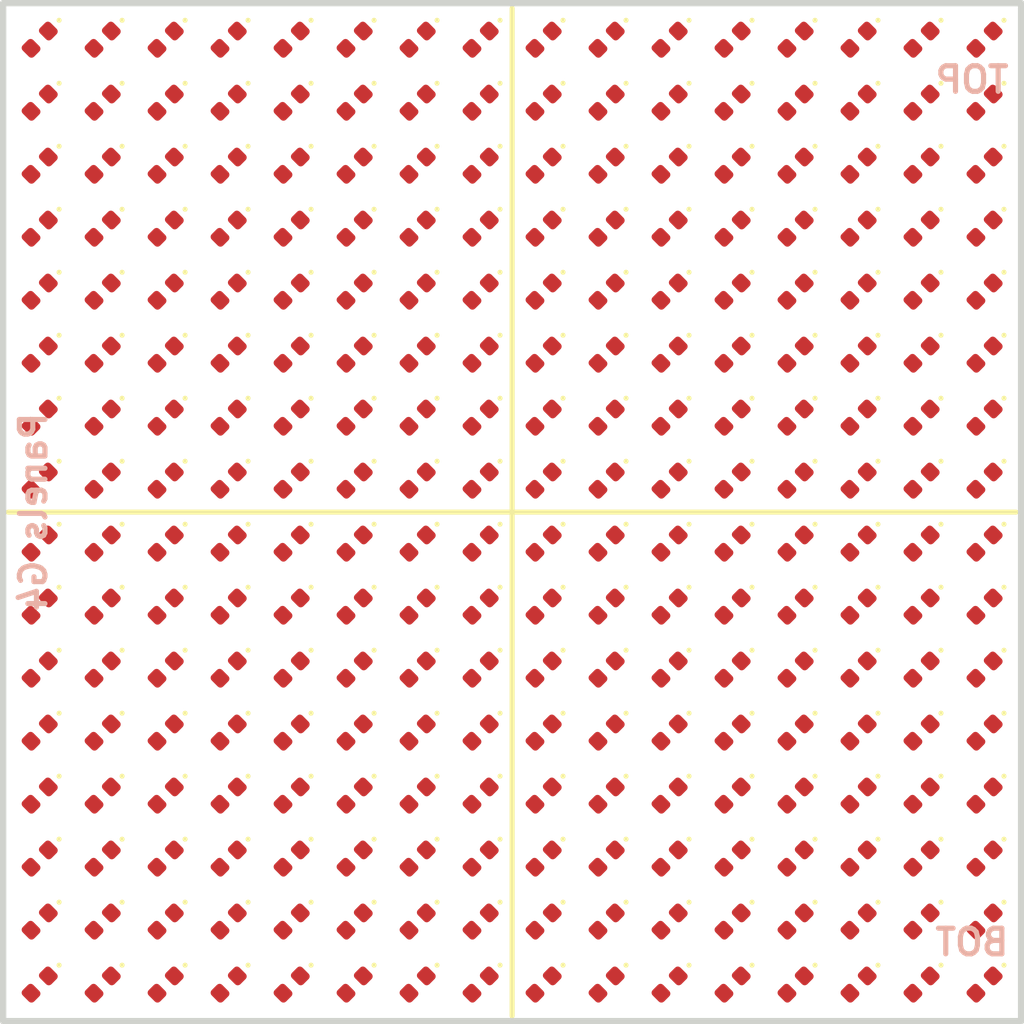
<source format=kicad_pcb>
(kicad_pcb (version 20221018) (generator pcbnew)
  (layers (0 "F.Cu" signal) (1 "In1.Cu" signal) (2 "In2.Cu" signal) (3 "In3.Cu" signal) (4 "In4.Cu" signal) (31 "B.Cu" signal) (34 "B.Paste" user) (35 "F.Paste" user) (36 "B.SilkS" user "B.Silkscreen") (37 "F.SilkS" user "F.Silkscreen") (38 "B.Mask" user) (39 "F.Mask" user) (44 "Edge.Cuts" user))
  (net 0 "")
  (net 1 "/panel_leds/ROW_00")
  (net 2 "/panel_leds/ROW_01")
  (net 3 "/panel_leds/ROW_02")
  (net 4 "/panel_leds/ROW_03")
  (net 5 "/panel_leds/ROW_04")
  (net 6 "/panel_leds/ROW_05")
  (net 7 "/panel_leds/ROW_06")
  (net 8 "/panel_leds/ROW_07")
  (net 9 "/panel_leds/ROW_08")
  (net 10 "/panel_leds/ROW_09")
  (net 11 "/panel_leds/ROW_10")
  (net 12 "/panel_leds/ROW_11")
  (net 13 "/panel_leds/ROW_12")
  (net 14 "/panel_leds/ROW_13")
  (net 15 "/panel_leds/ROW_14")
  (net 16 "/panel_leds/ROW_15")
  (net 17 "Net-(D1-A)")
  (net 18 "Net-(D17-A)")
  (net 19 "Net-(D33-A)")
  (net 20 "Net-(D49-A)")
  (net 21 "Net-(D65-A)")
  (net 22 "Net-(D81-A)")
  (net 23 "Net-(D100-A)")
  (net 24 "Net-(D113-A)")
  (net 25 "Net-(D129-A)")
  (net 26 "Net-(D145-A)")
  (net 27 "Net-(D161-A)")
  (net 28 "Net-(D177-A)")
  (net 29 "Net-(D193-A)")
  (net 30 "Net-(D209-A)")
  (net 31 "Net-(D225-A)")
  (net 32 "Net-(D241-A)")
  (footprint "panel_custom:LED_0402_1005Metric" (layer "F.Cu") (at 78.75 63.75 -135)
    (fp_text reference "D182" hide)
    (fp_text value "LED" hide)
  )
  (footprint "panel_custom:LED_0402_1005Metric" (layer "F.Cu") (at 76.25 83.75 -135)
    (fp_text reference "D174" hide)
    (fp_text value "LED" hide)
  )
  (footprint "panel_custom:LED_0402_1005Metric" (layer "F.Cu") (at 76.25 63.75 -135)
    (fp_text reference "D166" hide)
    (fp_text value "LED" hide)
  )
  (footprint "panel_custom:LED_0402_1005Metric" (layer "F.Cu") (at 73.75 83.75 -135)
    (fp_text reference "D158" hide)
    (fp_text value "LED" hide)
  )
  (footprint "panel_custom:LED_0402_1005Metric" (layer "F.Cu") (at 73.75 63.75 -135)
    (fp_text reference "D150" hide)
    (fp_text value "LED" hide)
  )
  (footprint "panel_custom:LED_0402_1005Metric" (layer "F.Cu") (at 71.25 83.75 -135)
    (fp_text reference "D142" hide)
    (fp_text value "LED" hide)
  )
  (footprint "panel_custom:LED_0402_1005Metric" (layer "F.Cu") (at 71.25 63.75 -135)
    (fp_text reference "D134" hide)
    (fp_text value "LED" hide)
  )
  (footprint "panel_custom:LED_0402_1005Metric" (layer "F.Cu") (at 78.75 81.25 -135)
    (fp_text reference "D189" hide)
    (fp_text value "LED" hide)
  )
  (footprint "panel_custom:LED_0402_1005Metric" (layer "F.Cu") (at 78.75 61.25 -135)
    (fp_text reference "D181" hide)
    (fp_text value "LED" hide)
  )
  (footprint "panel_custom:LED_0402_1005Metric" (layer "F.Cu") (at 76.25 81.25 -135)
    (fp_text reference "D173" hide)
    (fp_text value "LED" hide)
  )
  (footprint "panel_custom:LED_0402_1005Metric" (layer "F.Cu") (at 76.25 61.25 -135)
    (fp_text reference "D165" hide)
    (fp_text value "LED" hide)
  )
  (footprint "panel_custom:LED_0402_1005Metric" (layer "F.Cu") (at 73.75 81.25 -135)
    (fp_text reference "D157" hide)
    (fp_text value "LED" hide)
  )
  (footprint "panel_custom:LED_0402_1005Metric" (layer "F.Cu") (at 73.75 61.25 -135)
    (fp_text reference "D149" hide)
    (fp_text value "LED" hide)
  )
  (footprint "panel_custom:LED_0402_1005Metric" (layer "F.Cu") (at 71.25 81.25 -135)
    (fp_text reference "D141" hide)
    (fp_text value "LED" hide)
  )
  (footprint "panel_custom:LED_0402_1005Metric" (layer "F.Cu") (at 78.75 78.75 -135)
    (fp_text reference "D188" hide)
    (fp_text value "LED" hide)
  )
  (footprint "panel_custom:LED_0402_1005Metric" (layer "F.Cu") (at 71.25 61.25 -135)
    (fp_text reference "D133" hide)
    (fp_text value "LED" hide)
  )
  (footprint "panel_custom:LED_0402_1005Metric" (layer "F.Cu") (at 78.75 86.25 -135)
    (fp_text reference "D191" hide)
    (fp_text value "LED" hide)
  )
  (footprint "panel_custom:LED_0402_1005Metric" (layer "F.Cu") (at 76.25 68.75 -135)
    (fp_text reference "D168" hide)
    (fp_text value "LED" hide)
  )
  (footprint "panel_custom:LED_0402_1005Metric" (layer "F.Cu") (at 76.25 88.75 -135)
    (fp_text reference "D176" hide)
    (fp_text value "LED" hide)
  )
  (footprint "panel_custom:LED_0402_1005Metric" (layer "F.Cu") (at 68.75 88.75 -135)
    (fp_text reference "D128" hide)
    (fp_text value "LED" hide)
  )
  (footprint "panel_custom:LED_0402_1005Metric" (layer "F.Cu") (at 78.75 68.75 -135)
    (fp_text reference "D184" hide)
    (fp_text value "LED" hide)
  )
  (footprint "panel_custom:LED_0402_1005Metric" (layer "F.Cu") (at 73.75 88.75 -135)
    (fp_text reference "D160" hide)
    (fp_text value "LED" hide)
  )
  (footprint "panel_custom:LED_0402_1005Metric" (layer "F.Cu") (at 73.75 68.75 -135)
    (fp_text reference "D152" hide)
    (fp_text value "LED" hide)
  )
  (footprint "panel_custom:LED_0402_1005Metric" (layer "F.Cu") (at 71.25 88.75 -135)
    (fp_text reference "D144" hide)
    (fp_text value "LED" hide)
  )
  (footprint "panel_custom:LED_0402_1005Metric" (layer "F.Cu") (at 71.25 68.75 -135)
    (fp_text reference "D136" hide)
    (fp_text value "LED" hide)
  )
  (footprint "panel_custom:LED_0402_1005Metric" (layer "F.Cu") (at 78.75 83.75 -135)
    (fp_text reference "D190" hide)
    (fp_text value "LED" hide)
  )
  (footprint "panel_custom:LED_0402_1005Metric" (layer "F.Cu") (at 78.75 66.25 -135)
    (fp_text reference "D183" hide)
    (fp_text value "LED" hide)
  )
  (footprint "panel_custom:LED_0402_1005Metric" (layer "F.Cu") (at 76.25 86.25 -135)
    (fp_text reference "D175" hide)
    (fp_text value "LED" hide)
  )
  (footprint "panel_custom:LED_0402_1005Metric" (layer "F.Cu") (at 76.25 66.25 -135)
    (fp_text reference "D167" hide)
    (fp_text value "LED" hide)
  )
  (footprint "panel_custom:LED_0402_1005Metric" (layer "F.Cu") (at 73.75 86.25 -135)
    (fp_text reference "D159" hide)
    (fp_text value "LED" hide)
  )
  (footprint "panel_custom:LED_0402_1005Metric" (layer "F.Cu") (at 73.75 66.25 -135)
    (fp_text reference "D151" hide)
    (fp_text value "LED" hide)
  )
  (footprint "panel_custom:LED_0402_1005Metric" (layer "F.Cu") (at 71.25 86.25 -135)
    (fp_text reference "D143" hide)
    (fp_text value "LED" hide)
  )
  (footprint "panel_custom:LED_0402_1005Metric" (layer "F.Cu") (at 71.25 66.25 -135)
    (fp_text reference "D135" hide)
    (fp_text value "LED" hide)
  )
  (footprint "panel_custom:LED_0402_1005Metric" (layer "F.Cu") (at 78.75 53.75 -135)
    (fp_text reference "D178" hide)
    (fp_text value "LED" hide)
  )
  (footprint "panel_custom:LED_0402_1005Metric" (layer "F.Cu") (at 68.75 66.25 -135)
    (fp_text reference "D119" hide)
    (fp_text value "LED" hide)
  )
  (footprint "panel_custom:LED_0402_1005Metric" (layer "F.Cu") (at 71.25 51.25 -135)
    (fp_text reference "D129" hide)
    (fp_text value "LED" hide)
  )
  (footprint "panel_custom:LED_0402_1005Metric" (layer "F.Cu") (at 71.25 71.25 -135)
    (fp_text reference "D137" hide)
    (fp_text value "LED" hide)
  )
  (footprint "panel_custom:LED_0402_1005Metric" (layer "F.Cu") (at 73.75 51.25 -135)
    (fp_text reference "D145" hide)
    (fp_text value "LED" hide)
  )
  (footprint "panel_custom:LED_0402_1005Metric" (layer "F.Cu") (at 73.75 71.25 -135)
    (fp_text reference "D153" hide)
    (fp_text value "LED" hide)
  )
  (footprint "panel_custom:LED_0402_1005Metric" (layer "F.Cu") (at 76.25 51.25 -135)
    (fp_text reference "D161" hide)
    (fp_text value "LED" hide)
  )
  (footprint "panel_custom:LED_0402_1005Metric" (layer "F.Cu") (at 76.25 71.25 -135)
    (fp_text reference "D169" hide)
    (fp_text value "LED" hide)
  )
  (footprint "panel_custom:LED_0402_1005Metric" (layer "F.Cu") (at 78.75 51.25 -135)
    (fp_text reference "D177" hide)
    (fp_text value "LED" hide)
  )
  (footprint "panel_custom:LED_0402_1005Metric" (layer "F.Cu") (at 78.75 71.25 -135)
    (fp_text reference "D185" hide)
    (fp_text value "LED" hide)
  )
  (footprint "panel_custom:LED_0402_1005Metric" (layer "F.Cu") (at 71.25 53.75 -135)
    (fp_text reference "D130" hide)
    (fp_text value "LED" hide)
  )
  (footprint "panel_custom:LED_0402_1005Metric" (layer "F.Cu") (at 71.25 73.75 -135)
    (fp_text reference "D138" hide)
    (fp_text value "LED" hide)
  )
  (footprint "panel_custom:LED_0402_1005Metric" (layer "F.Cu") (at 73.75 53.75 -135)
    (fp_text reference "D146" hide)
    (fp_text value "LED" hide)
  )
  (footprint "panel_custom:LED_0402_1005Metric" (layer "F.Cu") (at 73.75 73.75 -135)
    (fp_text reference "D154" hide)
    (fp_text value "LED" hide)
  )
  (footprint "panel_custom:LED_0402_1005Metric" (layer "F.Cu") (at 76.25 53.75 -135)
    (fp_text reference "D162" hide)
    (fp_text value "LED" hide)
  )
  (footprint "panel_custom:LED_0402_1005Metric" (layer "F.Cu") (at 76.25 73.75 -135)
    (fp_text reference "D170" hide)
    (fp_text value "LED" hide)
  )
  (footprint "panel_custom:LED_0402_1005Metric" (layer "F.Cu") (at 78.75 58.75 -135)
    (fp_text reference "D180" hide)
    (fp_text value "LED" hide)
  )
  (footprint "panel_custom:LED_0402_1005Metric" (layer "F.Cu") (at 78.75 73.75 -135)
    (fp_text reference "D186" hide)
    (fp_text value "LED" hide)
  )
  (footprint "panel_custom:LED_0402_1005Metric" (layer "F.Cu") (at 71.25 56.25 -135)
    (fp_text reference "D131" hide)
    (fp_text value "LED" hide)
  )
  (footprint "panel_custom:LED_0402_1005Metric" (layer "F.Cu") (at 71.25 76.25 -135)
    (fp_text reference "D139" hide)
    (fp_text value "LED" hide)
  )
  (footprint "panel_custom:LED_0402_1005Metric" (layer "F.Cu") (at 73.75 56.25 -135)
    (fp_text reference "D147" hide)
    (fp_text value "LED" hide)
  )
  (footprint "panel_custom:LED_0402_1005Metric" (layer "F.Cu") (at 73.75 76.25 -135)
    (fp_text reference "D155" hide)
    (fp_text value "LED" hide)
  )
  (footprint "panel_custom:LED_0402_1005Metric" (layer "F.Cu") (at 76.25 56.25 -135)
    (fp_text reference "D163" hide)
    (fp_text value "LED" hide)
  )
  (footprint "panel_custom:LED_0402_1005Metric" (layer "F.Cu") (at 76.25 76.25 -135)
    (fp_text reference "D171" hide)
    (fp_text value "LED" hide)
  )
  (footprint "panel_custom:LED_0402_1005Metric" (layer "F.Cu") (at 78.75 56.25 -135)
    (fp_text reference "D179" hide)
    (fp_text value "LED" hide)
  )
  (footprint "panel_custom:LED_0402_1005Metric" (layer "F.Cu") (at 78.75 76.25 -135)
    (fp_text reference "D187" hide)
    (fp_text value "LED" hide)
  )
  (footprint "panel_custom:LED_0402_1005Metric" (layer "F.Cu") (at 71.25 58.75 -135)
    (fp_text reference "D132" hide)
    (fp_text value "LED" hide)
  )
  (footprint "panel_custom:LED_0402_1005Metric" (layer "F.Cu") (at 71.25 78.75 -135)
    (fp_text reference "D140" hide)
    (fp_text value "LED" hide)
  )
  (footprint "panel_custom:LED_0402_1005Metric" (layer "F.Cu") (at 73.75 58.75 -135)
    (fp_text reference "D148" hide)
    (fp_text value "LED" hide)
  )
  (footprint "panel_custom:LED_0402_1005Metric" (layer "F.Cu") (at 73.75 78.75 -135)
    (fp_text reference "D156" hide)
    (fp_text value "LED" hide)
  )
  (footprint "panel_custom:LED_0402_1005Metric" (layer "F.Cu") (at 76.25 58.75 -135)
    (fp_text reference "D164" hide)
    (fp_text value "LED" hide)
  )
  (footprint "panel_custom:LED_0402_1005Metric" (layer "F.Cu") (at 76.25 78.75 -135)
    (fp_text reference "D172" hide)
    (fp_text value "LED" hide)
  )
  (footprint "panel_custom:LED_0402_1005Metric" (layer "F.Cu") (at 88.75 81.25 -135)
    (fp_text reference "D253" hide)
    (fp_text value "LED" hide)
  )
  (footprint "panel_custom:LED_0402_1005Metric" (layer "F.Cu") (at 88.75 83.75 -135)
    (fp_text reference "D254" hide)
    (fp_text value "LED" hide)
  )
  (footprint "panel_custom:LED_0402_1005Metric" (layer "F.Cu") (at 88.75 63.75 -135)
    (fp_text reference "D246" hide)
    (fp_text value "LED" hide)
  )
  (footprint "panel_custom:LED_0402_1005Metric" (layer "F.Cu") (at 86.25 83.75 -135)
    (fp_text reference "D238" hide)
    (fp_text value "LED" hide)
  )
  (footprint "panel_custom:LED_0402_1005Metric" (layer "F.Cu") (at 86.25 63.75 -135)
    (fp_text reference "D230" hide)
    (fp_text value "LED" hide)
  )
  (footprint "panel_custom:LED_0402_1005Metric" (layer "F.Cu") (at 83.75 83.75 -135)
    (fp_text reference "D222" hide)
    (fp_text value "LED" hide)
  )
  (footprint "panel_custom:LED_0402_1005Metric" (layer "F.Cu") (at 83.75 63.75 -135)
    (fp_text reference "D214" hide)
    (fp_text value "LED" hide)
  )
  (footprint "panel_custom:LED_0402_1005Metric" (layer "F.Cu") (at 81.25 83.75 -135)
    (fp_text reference "D206" hide)
    (fp_text value "LED" hide)
  )
  (footprint "panel_custom:LED_0402_1005Metric" (layer "F.Cu") (at 81.25 63.75 -135)
    (fp_text reference "D198" hide)
    (fp_text value "LED" hide)
  )
  (footprint "panel_custom:LED_0402_1005Metric" (layer "F.Cu") (at 81.25 66.25 -135)
    (fp_text reference "D199" hide)
    (fp_text value "LED" hide)
  )
  (footprint "panel_custom:LED_0402_1005Metric" (layer "F.Cu") (at 88.75 61.25 -135)
    (fp_text reference "D245" hide)
    (fp_text value "LED" hide)
  )
  (footprint "panel_custom:LED_0402_1005Metric" (layer "F.Cu") (at 86.25 81.25 -135)
    (fp_text reference "D237" hide)
    (fp_text value "LED" hide)
  )
  (footprint "panel_custom:LED_0402_1005Metric" (layer "F.Cu") (at 86.25 61.25 -135)
    (fp_text reference "D229" hide)
    (fp_text value "LED" hide)
  )
  (footprint "panel_custom:LED_0402_1005Metric" (layer "F.Cu") (at 83.75 81.25 -135)
    (fp_text reference "D221" hide)
    (fp_text value "LED" hide)
  )
  (footprint "panel_custom:LED_0402_1005Metric" (layer "F.Cu") (at 83.75 61.25 -135)
    (fp_text reference "D213" hide)
    (fp_text value "LED" hide)
  )
  (footprint "panel_custom:LED_0402_1005Metric" (layer "F.Cu") (at 81.25 81.25 -135)
    (fp_text reference "D205" hide)
    (fp_text value "LED" hide)
  )
  (footprint "panel_custom:LED_0402_1005Metric" (layer "F.Cu") (at 81.25 61.25 -135)
    (fp_text reference "D197" hide)
    (fp_text value "LED" hide)
  )
  (footprint "panel_custom:LED_0402_1005Metric" (layer "F.Cu") (at 88.75 78.75 -135)
    (fp_text reference "D252" hide)
    (fp_text value "LED" hide)
  )
  (footprint "panel_custom:LED_0402_1005Metric" (layer "F.Cu") (at 81.25 86.25 -135)
    (fp_text reference "D207" hide)
    (fp_text value "LED" hide)
  )
  (footprint "panel_custom:LED_0402_1005Metric" (layer "F.Cu") (at 83.75 66.25 -135)
    (fp_text reference "D215" hide)
    (fp_text value "LED" hide)
  )
  (footprint "panel_custom:LED_0402_1005Metric" (layer "F.Cu") (at 83.75 86.25 -135)
    (fp_text reference "D223" hide)
    (fp_text value "LED" hide)
  )
  (footprint "panel_custom:LED_0402_1005Metric" (layer "F.Cu") (at 86.25 66.25 -135)
    (fp_text reference "D231" hide)
    (fp_text value "LED" hide)
  )
  (footprint "panel_custom:LED_0402_1005Metric" (layer "F.Cu") (at 86.25 86.25 -135)
    (fp_text reference "D239" hide)
    (fp_text value "LED" hide)
  )
  (footprint "panel_custom:LED_0402_1005Metric" (layer "F.Cu") (at 88.75 66.25 -135)
    (fp_text reference "D247" hide)
    (fp_text value "LED" hide)
  )
  (footprint "panel_custom:LED_0402_1005Metric" (layer "F.Cu") (at 88.75 86.25 -135)
    (fp_text reference "D255" hide)
    (fp_text value "LED" hide)
  )
  (footprint "panel_custom:LED_0402_1005Metric" (layer "F.Cu") (at 81.25 68.75 -135)
    (fp_text reference "D200" hide)
    (fp_text value "LED" hide)
  )
  (footprint "panel_custom:LED_0402_1005Metric" (layer "F.Cu") (at 81.25 88.75 -135)
    (fp_text reference "D208" hide)
    (fp_text value "LED" hide)
  )
  (footprint "panel_custom:LED_0402_1005Metric" (layer "F.Cu") (at 83.75 68.75 -135)
    (fp_text reference "D216" hide)
    (fp_text value "LED" hide)
  )
  (footprint "panel_custom:LED_0402_1005Metric" (layer "F.Cu") (at 83.75 88.75 -135)
    (fp_text reference "D224" hide)
    (fp_text value "LED" hide)
  )
  (footprint "panel_custom:LED_0402_1005Metric" (layer "F.Cu") (at 86.25 68.75 -135)
    (fp_text reference "D232" hide)
    (fp_text value "LED" hide)
  )
  (footprint "panel_custom:LED_0402_1005Metric" (layer "F.Cu") (at 86.25 88.75 -135)
    (fp_text reference "D240" hide)
    (fp_text value "LED" hide)
  )
  (footprint "panel_custom:LED_0402_1005Metric" (layer "F.Cu") (at 88.75 68.75 -135)
    (fp_text reference "D248" hide)
    (fp_text value "LED" hide)
  )
  (footprint "panel_custom:LED_0402_1005Metric" (layer "F.Cu") (at 88.75 88.75 -135)
    (fp_text reference "D256" hide)
    (fp_text value "LED" hide)
  )
  (footprint "panel_custom:LED_0402_1005Metric" (layer "F.Cu") (at 88.75 73.75 -135)
    (fp_text reference "D250" hide)
    (fp_text value "LED" hide)
  )
  (footprint "panel_custom:LED_0402_1005Metric" (layer "F.Cu") (at 81.25 51.25 -135)
    (fp_text reference "D193" hide)
    (fp_text value "LED" hide)
  )
  (footprint "panel_custom:LED_0402_1005Metric" (layer "F.Cu") (at 81.25 71.25 -135)
    (fp_text reference "D201" hide)
    (fp_text value "LED" hide)
  )
  (footprint "panel_custom:LED_0402_1005Metric" (layer "F.Cu") (at 83.75 51.25 -135)
    (fp_text reference "D209" hide)
    (fp_text value "LED" hide)
  )
  (footprint "panel_custom:LED_0402_1005Metric" (layer "F.Cu") (at 83.75 71.25 -135)
    (fp_text reference "D217" hide)
    (fp_text value "LED" hide)
  )
  (footprint "panel_custom:LED_0402_1005Metric" (layer "F.Cu") (at 86.25 51.25 -135)
    (fp_text reference "D225" hide)
    (fp_text value "LED" hide)
  )
  (footprint "panel_custom:LED_0402_1005Metric" (layer "F.Cu") (at 86.25 71.25 -135)
    (fp_text reference "D233" hide)
    (fp_text value "LED" hide)
  )
  (footprint "panel_custom:LED_0402_1005Metric" (layer "F.Cu") (at 88.75 51.25 -135)
    (fp_text reference "D241" hide)
    (fp_text value "LED" hide)
  )
  (footprint "panel_custom:LED_0402_1005Metric" (layer "F.Cu") (at 88.75 71.25 -135)
    (fp_text reference "D249" hide)
    (fp_text value "LED" hide)
  )
  (footprint "panel_custom:LED_0402_1005Metric" (layer "F.Cu") (at 81.25 53.75 -135)
    (fp_text reference "D194" hide)
    (fp_text value "LED" hide)
  )
  (footprint "panel_custom:LED_0402_1005Metric" (layer "F.Cu") (at 81.25 73.75 -135)
    (fp_text reference "D202" hide)
    (fp_text value "LED" hide)
  )
  (footprint "panel_custom:LED_0402_1005Metric" (layer "F.Cu") (at 83.75 53.75 -135)
    (fp_text reference "D210" hide)
    (fp_text value "LED" hide)
  )
  (footprint "panel_custom:LED_0402_1005Metric" (layer "F.Cu") (at 83.75 73.75 -135)
    (fp_text reference "D218" hide)
    (fp_text value "LED" hide)
  )
  (footprint "panel_custom:LED_0402_1005Metric" (layer "F.Cu") (at 86.25 53.75 -135)
    (fp_text reference "D226" hide)
    (fp_text value "LED" hide)
  )
  (footprint "panel_custom:LED_0402_1005Metric" (layer "F.Cu") (at 86.25 73.75 -135)
    (fp_text reference "D234" hide)
    (fp_text value "LED" hide)
  )
  (footprint "panel_custom:LED_0402_1005Metric" (layer "F.Cu") (at 88.75 53.75 -135)
    (fp_text reference "D242" hide)
    (fp_text value "LED" hide)
  )
  (footprint "panel_custom:LED_0402_1005Metric" (layer "F.Cu") (at 78.75 88.75 -135)
    (fp_text reference "D192" hide)
    (fp_text value "LED" hide)
  )
  (footprint "panel_custom:LED_0402_1005Metric" (layer "F.Cu") (at 81.25 56.25 -135)
    (fp_text reference "D195" hide)
    (fp_text value "LED" hide)
  )
  (footprint "panel_custom:LED_0402_1005Metric" (layer "F.Cu") (at 81.25 76.25 -135)
    (fp_text reference "D203" hide)
    (fp_text value "LED" hide)
  )
  (footprint "panel_custom:LED_0402_1005Metric" (layer "F.Cu") (at 83.75 56.25 -135)
    (fp_text reference "D211" hide)
    (fp_text value "LED" hide)
  )
  (footprint "panel_custom:LED_0402_1005Metric" (layer "F.Cu") (at 83.75 76.25 -135)
    (fp_text reference "D219" hide)
    (fp_text value "LED" hide)
  )
  (footprint "panel_custom:LED_0402_1005Metric" (layer "F.Cu") (at 86.25 56.25 -135)
    (fp_text reference "D227" hide)
    (fp_text value "LED" hide)
  )
  (footprint "panel_custom:LED_0402_1005Metric" (layer "F.Cu") (at 86.25 76.25 -135)
    (fp_text reference "D235" hide)
    (fp_text value "LED" hide)
  )
  (footprint "panel_custom:LED_0402_1005Metric" (layer "F.Cu") (at 88.75 56.25 -135)
    (fp_text reference "D243" hide)
    (fp_text value "LED" hide)
  )
  (footprint "panel_custom:LED_0402_1005Metric" (layer "F.Cu") (at 88.75 76.25 -135)
    (fp_text reference "D251" hide)
    (fp_text value "LED" hide)
  )
  (footprint "panel_custom:LED_0402_1005Metric" (layer "F.Cu") (at 81.25 58.75 -135)
    (fp_text reference "D196" hide)
    (fp_text value "LED" hide)
  )
  (footprint "panel_custom:LED_0402_1005Metric" (layer "F.Cu") (at 81.25 78.75 -135)
    (fp_text reference "D204" hide)
    (fp_text value "LED" hide)
  )
  (footprint "panel_custom:LED_0402_1005Metric" (layer "F.Cu") (at 83.75 58.75 -135)
    (fp_text reference "D212" hide)
    (fp_text value "LED" hide)
  )
  (footprint "panel_custom:LED_0402_1005Metric" (layer "F.Cu") (at 83.75 78.75 -135)
    (fp_text reference "D220" hide)
    (fp_text value "LED" hide)
  )
  (footprint "panel_custom:LED_0402_1005Metric" (layer "F.Cu") (at 86.25 58.75 -135)
    (fp_text reference "D228" hide)
    (fp_text value "LED" hide)
  )
  (footprint "panel_custom:LED_0402_1005Metric" (layer "F.Cu") (at 86.25 78.75 -135)
    (fp_text reference "D236" hide)
    (fp_text value "LED" hide)
  )
  (footprint "panel_custom:LED_0402_1005Metric" (layer "F.Cu") (at 88.75 58.75 -135)
    (fp_text reference "D244" hide)
    (fp_text value "LED" hide)
  )
  (footprint "panel_custom:LED_0402_1005Metric" (layer "F.Cu") (at 58.75 83.75 -135)
    (fp_text reference "D62" hide)
    (fp_text value "LED" hide)
  )
  (footprint "panel_custom:LED_0402_1005Metric" (layer "F.Cu") (at 51.25 61.25 -135)
    (fp_text reference "D5" hide)
    (fp_text value "LED" hide)
  )
  (footprint "panel_custom:LED_0402_1005Metric" (layer "F.Cu") (at 51.25 81.25 -135)
    (fp_text reference "D13" hide)
    (fp_text value "LED" hide)
  )
  (footprint "panel_custom:LED_0402_1005Metric" (layer "F.Cu") (at 53.75 61.25 -135)
    (fp_text reference "D21" hide)
    (fp_text value "LED" hide)
  )
  (footprint "panel_custom:LED_0402_1005Metric" (layer "F.Cu") (at 53.75 81.25 -135)
    (fp_text reference "D29" hide)
    (fp_text value "LED" hide)
  )
  (footprint "panel_custom:LED_0402_1005Metric" (layer "F.Cu") (at 56.25 61.25 -135)
    (fp_text reference "D37" hide)
    (fp_text value "LED" hide)
  )
  (footprint "panel_custom:LED_0402_1005Metric" (layer "F.Cu") (at 56.25 81.25 -135)
    (fp_text reference "D45" hide)
    (fp_text value "LED" hide)
  )
  (footprint "panel_custom:LED_0402_1005Metric" (layer "F.Cu") (at 58.75 61.25 -135)
    (fp_text reference "D53" hide)
    (fp_text value "LED" hide)
  )
  (footprint "panel_custom:LED_0402_1005Metric" (layer "F.Cu") (at 58.75 81.25 -135)
    (fp_text reference "D61" hide)
    (fp_text value "LED" hide)
  )
  (footprint "panel_custom:LED_0402_1005Metric" (layer "F.Cu") (at 51.25 63.75 -135)
    (fp_text reference "D6" hide)
    (fp_text value "LED" hide)
  )
  (footprint "panel_custom:LED_0402_1005Metric" (layer "F.Cu") (at 51.25 83.75 -135)
    (fp_text reference "D14" hide)
    (fp_text value "LED" hide)
  )
  (footprint "panel_custom:LED_0402_1005Metric" (layer "F.Cu") (at 53.75 63.75 -135)
    (fp_text reference "D22" hide)
    (fp_text value "LED" hide)
  )
  (footprint "panel_custom:LED_0402_1005Metric" (layer "F.Cu") (at 53.75 83.75 -135)
    (fp_text reference "D30" hide)
    (fp_text value "LED" hide)
  )
  (footprint "panel_custom:LED_0402_1005Metric" (layer "F.Cu") (at 56.25 63.75 -135)
    (fp_text reference "D38" hide)
    (fp_text value "LED" hide)
  )
  (footprint "panel_custom:LED_0402_1005Metric" (layer "F.Cu") (at 56.25 83.75 -135)
    (fp_text reference "D46" hide)
    (fp_text value "LED" hide)
  )
  (footprint "panel_custom:LED_0402_1005Metric" (layer "F.Cu") (at 58.75 63.75 -135)
    (fp_text reference "D54" hide)
    (fp_text value "LED" hide)
  )
  (footprint "panel_custom:LED_0402_1005Metric" (layer "F.Cu") (at 58.75 78.75 -135)
    (fp_text reference "D60" hide)
    (fp_text value "LED" hide)
  )
  (footprint "panel_custom:LED_0402_1005Metric" (layer "F.Cu") (at 51.25 66.25 -135)
    (fp_text reference "D7" hide)
    (fp_text value "LED" hide)
  )
  (footprint "panel_custom:LED_0402_1005Metric" (layer "F.Cu") (at 51.25 86.25 -135)
    (fp_text reference "D15" hide)
    (fp_text value "LED" hide)
  )
  (footprint "panel_custom:LED_0402_1005Metric" (layer "F.Cu") (at 53.75 66.25 -135)
    (fp_text reference "D23" hide)
    (fp_text value "LED" hide)
  )
  (footprint "panel_custom:LED_0402_1005Metric" (layer "F.Cu") (at 53.75 86.25 -135)
    (fp_text reference "D31" hide)
    (fp_text value "LED" hide)
  )
  (footprint "panel_custom:LED_0402_1005Metric" (layer "F.Cu") (at 56.25 66.25 -135)
    (fp_text reference "D39" hide)
    (fp_text value "LED" hide)
  )
  (footprint "panel_custom:LED_0402_1005Metric" (layer "F.Cu") (at 56.25 86.25 -135)
    (fp_text reference "D47" hide)
    (fp_text value "LED" hide)
  )
  (footprint "panel_custom:LED_0402_1005Metric" (layer "F.Cu") (at 58.75 66.25 -135)
    (fp_text reference "D55" hide)
    (fp_text value "LED" hide)
  )
  (footprint "panel_custom:LED_0402_1005Metric" (layer "F.Cu") (at 58.75 86.25 -135)
    (fp_text reference "D63" hide)
    (fp_text value "LED" hide)
  )
  (footprint "panel_custom:LED_0402_1005Metric" (layer "F.Cu") (at 51.25 68.75 -135)
    (fp_text reference "D8" hide)
    (fp_text value "LED" hide)
  )
  (footprint "panel_custom:LED_0402_1005Metric" (layer "F.Cu") (at 51.25 88.75 -135)
    (fp_text reference "D16" hide)
    (fp_text value "LED" hide)
  )
  (footprint "panel_custom:LED_0402_1005Metric" (layer "F.Cu") (at 53.75 68.75 -135)
    (fp_text reference "D24" hide)
    (fp_text value "LED" hide)
  )
  (footprint "panel_custom:LED_0402_1005Metric" (layer "F.Cu") (at 53.75 88.75 -135)
    (fp_text reference "D32" hide)
    (fp_text value "LED" hide)
  )
  (footprint "panel_custom:LED_0402_1005Metric" (layer "F.Cu") (at 56.25 68.75 -135)
    (fp_text reference "D40" hide)
    (fp_text value "LED" hide)
  )
  (footprint "panel_custom:LED_0402_1005Metric" (layer "F.Cu") (at 56.25 88.75 -135)
    (fp_text reference "D48" hide)
    (fp_text value "LED" hide)
  )
  (footprint "panel_custom:LED_0402_1005Metric" (layer "F.Cu") (at 58.75 68.75 -135)
    (fp_text reference "D56" hide)
    (fp_text value "LED" hide)
  )
  (footprint "panel_custom:LED_0402_1005Metric" (layer "F.Cu") (at 58.75 73.75 -135)
    (fp_text reference "D58" hide)
    (fp_text value "LED" hide)
  )
  (footprint "panel_custom:LED_0402_1005Metric" (layer "F.Cu") (at 51.25 51.25 -135)
    (fp_text reference "D1" hide)
    (fp_text value "LED" hide)
  )
  (footprint "panel_custom:LED_0402_1005Metric" (layer "F.Cu") (at 51.25 71.25 -135)
    (fp_text reference "D9" hide)
    (fp_text value "LED" hide)
  )
  (footprint "panel_custom:LED_0402_1005Metric" (layer "F.Cu") (at 53.75 51.25 -135)
    (fp_text reference "D17" hide)
    (fp_text value "LED" hide)
  )
  (footprint "panel_custom:LED_0402_1005Metric" (layer "F.Cu") (at 53.75 71.25 -135)
    (fp_text reference "D25" hide)
    (fp_text value "LED" hide)
  )
  (footprint "panel_custom:LED_0402_1005Metric" (layer "F.Cu") (at 56.25 51.25 -135)
    (fp_text reference "D33" hide)
    (fp_text value "LED" hide)
  )
  (footprint "panel_custom:LED_0402_1005Metric" (layer "F.Cu") (at 56.25 71.25 -135)
    (fp_text reference "D41" hide)
    (fp_text value "LED" hide)
  )
  (footprint "panel_custom:LED_0402_1005Metric" (layer "F.Cu") (at 58.75 51.25 -135)
    (fp_text reference "D49" hide)
    (fp_text value "LED" hide)
  )
  (footprint "panel_custom:LED_0402_1005Metric" (layer "F.Cu") (at 58.75 71.25 -135)
    (fp_text reference "D57" hide)
    (fp_text value "LED" hide)
  )
  (footprint "panel_custom:LED_0402_1005Metric" (layer "F.Cu") (at 51.25 53.75 -135)
    (fp_text reference "D2" hide)
    (fp_text value "LED" hide)
  )
  (footprint "panel_custom:LED_0402_1005Metric" (layer "F.Cu") (at 51.25 73.75 -135)
    (fp_text reference "D10" hide)
    (fp_text value "LED" hide)
  )
  (footprint "panel_custom:LED_0402_1005Metric" (layer "F.Cu") (at 53.75 53.75 -135)
    (fp_text reference "D18" hide)
    (fp_text value "LED" hide)
  )
  (footprint "panel_custom:LED_0402_1005Metric" (layer "F.Cu") (at 53.75 73.75 -135)
    (fp_text reference "D26" hide)
    (fp_text value "LED" hide)
  )
  (footprint "panel_custom:LED_0402_1005Metric" (layer "F.Cu") (at 56.25 53.75 -135)
    (fp_text reference "D34" hide)
    (fp_text value "LED" hide)
  )
  (footprint "panel_custom:LED_0402_1005Metric" (layer "F.Cu") (at 56.25 73.75 -135)
    (fp_text reference "D42" hide)
    (fp_text value "LED" hide)
  )
  (footprint "panel_custom:LED_0402_1005Metric" (layer "F.Cu") (at 58.75 53.75 -135)
    (fp_text reference "D50" hide)
    (fp_text value "LED" hide)
  )
  (footprint "panel_custom:LED_0402_1005Metric" (layer "F.Cu") (at 66.25 88.75 -135)
    (fp_text reference "D112" hide)
    (fp_text value "LED" hide)
  )
  (footprint "panel_custom:LED_0402_1005Metric" (layer "F.Cu") (at 51.25 56.25 -135)
    (fp_text reference "D3" hide)
    (fp_text value "LED" hide)
  )
  (footprint "panel_custom:LED_0402_1005Metric" (layer "F.Cu") (at 51.25 76.25 -135)
    (fp_text reference "D11" hide)
    (fp_text value "LED" hide)
  )
  (footprint "panel_custom:LED_0402_1005Metric" (layer "F.Cu") (at 53.75 56.25 -135)
    (fp_text reference "D19" hide)
    (fp_text value "LED" hide)
  )
  (footprint "panel_custom:LED_0402_1005Metric" (layer "F.Cu") (at 53.75 76.25 -135)
    (fp_text reference "D27" hide)
    (fp_text value "LED" hide)
  )
  (footprint "panel_custom:LED_0402_1005Metric" (layer "F.Cu") (at 56.25 56.25 -135)
    (fp_text reference "D35" hide)
    (fp_text value "LED" hide)
  )
  (footprint "panel_custom:LED_0402_1005Metric" (layer "F.Cu") (at 56.25 76.25 -135)
    (fp_text reference "D43" hide)
    (fp_text value "LED" hide)
  )
  (footprint "panel_custom:LED_0402_1005Metric" (layer "F.Cu") (at 58.75 56.25 -135)
    (fp_text reference "D51" hide)
    (fp_text value "LED" hide)
  )
  (footprint "panel_custom:LED_0402_1005Metric" (layer "F.Cu") (at 58.75 76.25 -135)
    (fp_text reference "D59" hide)
    (fp_text value "LED" hide)
  )
  (footprint "panel_custom:LED_0402_1005Metric" (layer "F.Cu") (at 51.25 58.75 -135)
    (fp_text reference "D4" hide)
    (fp_text value "LED" hide)
  )
  (footprint "panel_custom:LED_0402_1005Metric" (layer "F.Cu") (at 51.25 78.75 -135)
    (fp_text reference "D12" hide)
    (fp_text value "LED" hide)
  )
  (footprint "panel_custom:LED_0402_1005Metric" (layer "F.Cu") (at 53.75 58.75 -135)
    (fp_text reference "D20" hide)
    (fp_text value "LED" hide)
  )
  (footprint "panel_custom:LED_0402_1005Metric" (layer "F.Cu") (at 53.75 78.75 -135)
    (fp_text reference "D28" hide)
    (fp_text value "LED" hide)
  )
  (footprint "panel_custom:LED_0402_1005Metric" (layer "F.Cu") (at 56.25 58.75 -135)
    (fp_text reference "D36" hide)
    (fp_text value "LED" hide)
  )
  (footprint "panel_custom:LED_0402_1005Metric" (layer "F.Cu") (at 56.25 78.75 -135)
    (fp_text reference "D44" hide)
    (fp_text value "LED" hide)
  )
  (footprint "panel_custom:LED_0402_1005Metric" (layer "F.Cu") (at 58.75 58.75 -135)
    (fp_text reference "D52" hide)
    (fp_text value "LED" hide)
  )
  (footprint "panel_custom:LED_0402_1005Metric" (layer "F.Cu") (at 68.75 63.75 -135)
    (fp_text reference "D118" hide)
    (fp_text value "LED" hide)
  )
  (footprint "panel_custom:LED_0402_1005Metric" (layer "F.Cu") (at 68.75 78.75 -135)
    (fp_text reference "D124" hide)
    (fp_text value "LED" hide)
  )
  (footprint "panel_custom:LED_0402_1005Metric" (layer "F.Cu") (at 61.25 61.25 -135)
    (fp_text reference "D69" hide)
    (fp_text value "LED" hide)
  )
  (footprint "panel_custom:LED_0402_1005Metric" (layer "F.Cu") (at 61.25 81.25 -135)
    (fp_text reference "D77" hide)
    (fp_text value "LED" hide)
  )
  (footprint "panel_custom:LED_0402_1005Metric" (layer "F.Cu") (at 63.75 61.25 -135)
    (fp_text reference "D85" hide)
    (fp_text value "LED" hide)
  )
  (footprint "panel_custom:LED_0402_1005Metric" (layer "F.Cu") (at 63.75 81.25 -135)
    (fp_text reference "D93" hide)
    (fp_text value "LED" hide)
  )
  (footprint "panel_custom:LED_0402_1005Metric" (layer "F.Cu") (at 66.25 61.25 -135)
    (fp_text reference "D101" hide)
    (fp_text value "LED" hide)
  )
  (footprint "panel_custom:LED_0402_1005Metric" (layer "F.Cu") (at 66.25 81.25 -135)
    (fp_text reference "D109" hide)
    (fp_text value "LED" hide)
  )
  (footprint "panel_custom:LED_0402_1005Metric" (layer "F.Cu") (at 68.75 61.25 -135)
    (fp_text reference "D117" hide)
    (fp_text value "LED" hide)
  )
  (footprint "panel_custom:LED_0402_1005Metric" (layer "F.Cu") (at 68.75 81.25 -135)
    (fp_text reference "D125" hide)
    (fp_text value "LED" hide)
  )
  (footprint "panel_custom:LED_0402_1005Metric" (layer "F.Cu") (at 61.25 63.75 -135)
    (fp_text reference "D70" hide)
    (fp_text value "LED" hide)
  )
  (footprint "panel_custom:LED_0402_1005Metric" (layer "F.Cu") (at 61.25 83.75 -135)
    (fp_text reference "D78" hide)
    (fp_text value "LED" hide)
  )
  (footprint "panel_custom:LED_0402_1005Metric" (layer "F.Cu") (at 63.75 63.75 -135)
    (fp_text reference "D86" hide)
    (fp_text value "LED" hide)
  )
  (footprint "panel_custom:LED_0402_1005Metric" (layer "F.Cu") (at 63.75 83.75 -135)
    (fp_text reference "D94" hide)
    (fp_text value "LED" hide)
  )
  (footprint "panel_custom:LED_0402_1005Metric" (layer "F.Cu") (at 66.25 63.75 -135)
    (fp_text reference "D102" hide)
    (fp_text value "LED" hide)
  )
  (footprint "panel_custom:LED_0402_1005Metric" (layer "F.Cu") (at 66.25 83.75 -135)
    (fp_text reference "D110" hide)
    (fp_text value "LED" hide)
  )
  (footprint "panel_custom:LED_0402_1005Metric" (layer "F.Cu") (at 61.25 51.25 -135)
    (fp_text reference "D65" hide)
    (fp_text value "LED" hide)
  )
  (footprint "panel_custom:LED_0402_1005Metric" (layer "F.Cu") (at 68.75 83.75 -135)
    (fp_text reference "D126" hide)
    (fp_text value "LED" hide)
  )
  (footprint "panel_custom:LED_0402_1005Metric" (layer "F.Cu") (at 61.25 66.25 -135)
    (fp_text reference "D71" hide)
    (fp_text value "LED" hide)
  )
  (footprint "panel_custom:LED_0402_1005Metric" (layer "F.Cu") (at 61.25 86.25 -135)
    (fp_text reference "D79" hide)
    (fp_text value "LED" hide)
  )
  (footprint "panel_custom:LED_0402_1005Metric" (layer "F.Cu") (at 63.75 66.25 -135)
    (fp_text reference "D87" hide)
    (fp_text value "LED" hide)
  )
  (footprint "panel_custom:LED_0402_1005Metric" (layer "F.Cu") (at 63.75 86.25 -135)
    (fp_text reference "D95" hide)
    (fp_text value "LED" hide)
  )
  (footprint "panel_custom:LED_0402_1005Metric" (layer "F.Cu") (at 66.25 66.25 -135)
    (fp_text reference "D103" hide)
    (fp_text value "LED" hide)
  )
  (footprint "panel_custom:LED_0402_1005Metric" (layer "F.Cu") (at 66.25 86.25 -135)
    (fp_text reference "D111" hide)
    (fp_text value "LED" hide)
  )
  (footprint "panel_custom:LED_0402_1005Metric" (layer "F.Cu") (at 68.75 86.25 -135)
    (fp_text reference "D127" hide)
    (fp_text value "LED" hide)
  )
  (footprint "panel_custom:LED_0402_1005Metric" (layer "F.Cu") (at 61.25 68.75 -135)
    (fp_text reference "D72" hide)
    (fp_text value "LED" hide)
  )
  (footprint "panel_custom:LED_0402_1005Metric" (layer "F.Cu") (at 61.25 88.75 -135)
    (fp_text reference "D80" hide)
    (fp_text value "LED" hide)
  )
  (footprint "panel_custom:LED_0402_1005Metric" (layer "F.Cu") (at 63.75 68.75 -135)
    (fp_text reference "D88" hide)
    (fp_text value "LED" hide)
  )
  (footprint "panel_custom:LED_0402_1005Metric" (layer "F.Cu") (at 63.75 88.75 -135)
    (fp_text reference "D96" hide)
    (fp_text value "LED" hide)
  )
  (footprint "panel_custom:LED_0402_1005Metric" (layer "F.Cu") (at 66.25 68.75 -135)
    (fp_text reference "D104" hide)
    (fp_text value "LED" hide)
  )
  (footprint "panel_custom:LED_0402_1005Metric" (layer "F.Cu") (at 68.75 68.75 -135)
    (fp_text reference "D120" hide)
    (fp_text value "LED" hide)
  )
  (footprint "panel_custom:LED_0402_1005Metric" (layer "F.Cu") (at 66.25 78.75 -135)
    (fp_text reference "D108" hide)
    (fp_text value "LED" hide)
  )
  (footprint "panel_custom:LED_0402_1005Metric" (layer "F.Cu") (at 58.75 88.75 -135)
    (fp_text reference "D64" hide)
    (fp_text value "LED" hide)
  )
  (footprint "panel_custom:LED_0402_1005Metric" (layer "F.Cu") (at 61.25 71.25 -135)
    (fp_text reference "D73" hide)
    (fp_text value "LED" hide)
  )
  (footprint "panel_custom:LED_0402_1005Metric" (layer "F.Cu") (at 63.75 51.25 -135)
    (fp_text reference "D81" hide)
    (fp_text value "LED" hide)
  )
  (footprint "panel_custom:LED_0402_1005Metric" (layer "F.Cu") (at 63.75 71.25 -135)
    (fp_text reference "D89" hide)
    (fp_text value "LED" hide)
  )
  (footprint "panel_custom:LED_0402_1005Metric" (layer "F.Cu") (at 66.25 51.25 -135)
    (fp_text reference "D97" hide)
    (fp_text value "LED" hide)
  )
  (footprint "panel_custom:LED_0402_1005Metric" (layer "F.Cu") (at 66.25 71.25 -135)
    (fp_text reference "D105" hide)
    (fp_text value "LED" hide)
  )
  (footprint "panel_custom:LED_0402_1005Metric" (layer "F.Cu") (at 68.75 51.25 -135)
    (fp_text reference "D113" hide)
    (fp_text value "LED" hide)
  )
  (footprint "panel_custom:LED_0402_1005Metric" (layer "F.Cu") (at 68.75 58.75 -135)
    (fp_text reference "D116" hide)
    (fp_text value "LED" hide)
  )
  (footprint "panel_custom:LED_0402_1005Metric" (layer "F.Cu") (at 68.75 71.25 -135)
    (fp_text reference "D121" hide)
    (fp_text value "LED" hide)
  )
  (footprint "panel_custom:LED_0402_1005Metric" (layer "F.Cu") (at 61.25 53.75 -135)
    (fp_text reference "D66" hide)
    (fp_text value "LED" hide)
  )
  (footprint "panel_custom:LED_0402_1005Metric" (layer "F.Cu") (at 61.25 73.75 -135)
    (fp_text reference "D74" hide)
    (fp_text value "LED" hide)
  )
  (footprint "panel_custom:LED_0402_1005Metric" (layer "F.Cu") (at 63.75 53.75 -135)
    (fp_text reference "D82" hide)
    (fp_text value "LED" hide)
  )
  (footprint "panel_custom:LED_0402_1005Metric" (layer "F.Cu") (at 63.75 73.75 -135)
    (fp_text reference "D90" hide)
    (fp_text value "LED" hide)
  )
  (footprint "panel_custom:LED_0402_1005Metric" (layer "F.Cu") (at 66.25 53.75 -135)
    (fp_text reference "D98" hide)
    (fp_text value "LED" hide)
  )
  (footprint "panel_custom:LED_0402_1005Metric" (layer "F.Cu") (at 66.25 73.75 -135)
    (fp_text reference "D106" hide)
    (fp_text value "LED" hide)
  )
  (footprint "panel_custom:LED_0402_1005Metric" (layer "F.Cu") (at 68.75 73.75 -135)
    (fp_text reference "D122" hide)
    (fp_text value "LED" hide)
  )
  (footprint "panel_custom:LED_0402_1005Metric" (layer "F.Cu") (at 68.75 53.75 -135)
    (fp_text reference "D114" hide)
    (fp_text value "LED" hide)
  )
  (footprint "panel_custom:LED_0402_1005Metric" (layer "F.Cu") (at 66.25 58.75 -135)
    (fp_text reference "D100" hide)
    (fp_text value "LED" hide)
  )
  (footprint "panel_custom:LED_0402_1005Metric" (layer "F.Cu") (at 63.75 78.75 -135)
    (fp_text reference "D92" hide)
    (fp_text value "LED" hide)
  )
  (footprint "panel_custom:LED_0402_1005Metric" (layer "F.Cu") (at 63.75 58.75 -135)
    (fp_text reference "D84" hide)
    (fp_text value "LED" hide)
  )
  (footprint "panel_custom:LED_0402_1005Metric" (layer "F.Cu") (at 61.25 78.75 -135)
    (fp_text reference "D76" hide)
    (fp_text value "LED" hide)
  )
  (footprint "panel_custom:LED_0402_1005Metric" (layer "F.Cu") (at 61.25 58.75 -135)
    (fp_text reference "D68" hide)
    (fp_text value "LED" hide)
  )
  (footprint "panel_custom:LED_0402_1005Metric" (layer "F.Cu") (at 68.75 76.25 -135)
    (fp_text reference "D123" hide)
    (fp_text value "LED" hide)
  )
  (footprint "panel_custom:LED_0402_1005Metric" (layer "F.Cu") (at 68.75 56.25 -135)
    (fp_text reference "D115" hide)
    (fp_text value "LED" hide)
  )
  (footprint "panel_custom:LED_0402_1005Metric" (layer "F.Cu") (at 66.25 76.25 -135)
    (fp_text reference "D107" hide)
    (fp_text value "LED" hide)
  )
  (footprint "panel_custom:LED_0402_1005Metric" (layer "F.Cu") (at 66.25 56.25 -135)
    (fp_text reference "D99" hide)
    (fp_text value "LED" hide)
  )
  (footprint "panel_custom:LED_0402_1005Metric" (layer "F.Cu") (at 63.75 76.25 -135)
    (fp_text reference "D91" hide)
    (fp_text value "LED" hide)
  )
  (footprint "panel_custom:LED_0402_1005Metric" (layer "F.Cu") (at 63.75 56.25 -135)
    (fp_text reference "D83" hide)
    (fp_text value "LED" hide)
  )
  (footprint "panel_custom:LED_0402_1005Metric" (layer "F.Cu") (at 61.25 76.25 -135)
    (fp_text reference "D75" hide)
    (fp_text value "LED" hide)
  )
  (footprint "panel_custom:LED_0402_1005Metric" (layer "F.Cu") (at 61.25 56.25 -135)
    (fp_text reference "D67" hide)
    (fp_text value "LED" hide)
  )
  (gr_line (start 50 70) (end 90 70) (stroke (width 0.2)) (layer "F.SilkS"))
  (gr_line (start 70 50) (end 70 90) (stroke (width 0.2)) (layer "F.SilkS"))
  (gr_line (start 49.8 90.2) (end 90.2 90.2) (stroke (width 0.25)) (layer "Edge.Cuts"))
  (gr_line (start 90.2 90.2) (end 90.2 49.8) (stroke (width 0.25)) (layer "Edge.Cuts"))
  (gr_line (start 49.8 49.8) (end 49.8 90.2) (stroke (width 0.25)) (layer "Edge.Cuts"))
  (gr_line (start 90.2 49.8) (end 49.8 49.8) (stroke (width 0.25)) (layer "Edge.Cuts"))
  (gr_text "BOT" (at 88.25 87.07) (layer "B.SilkS") (effects (font (size 1.016 1.016) (thickness 0.2032)) (justify mirror)))
  (gr_text "TOP" (at 88.25 52.84) (layer "B.SilkS") (effects (font (size 1.016 1.016) (thickness 0.2032)) (justify mirror)))
  (gr_text "Panels G4" (at 51 70 90) (layer "B.SilkS") (effects (font (size 1.016 1.016) (thickness 0.2032)) (justify mirror)))
)
</source>
